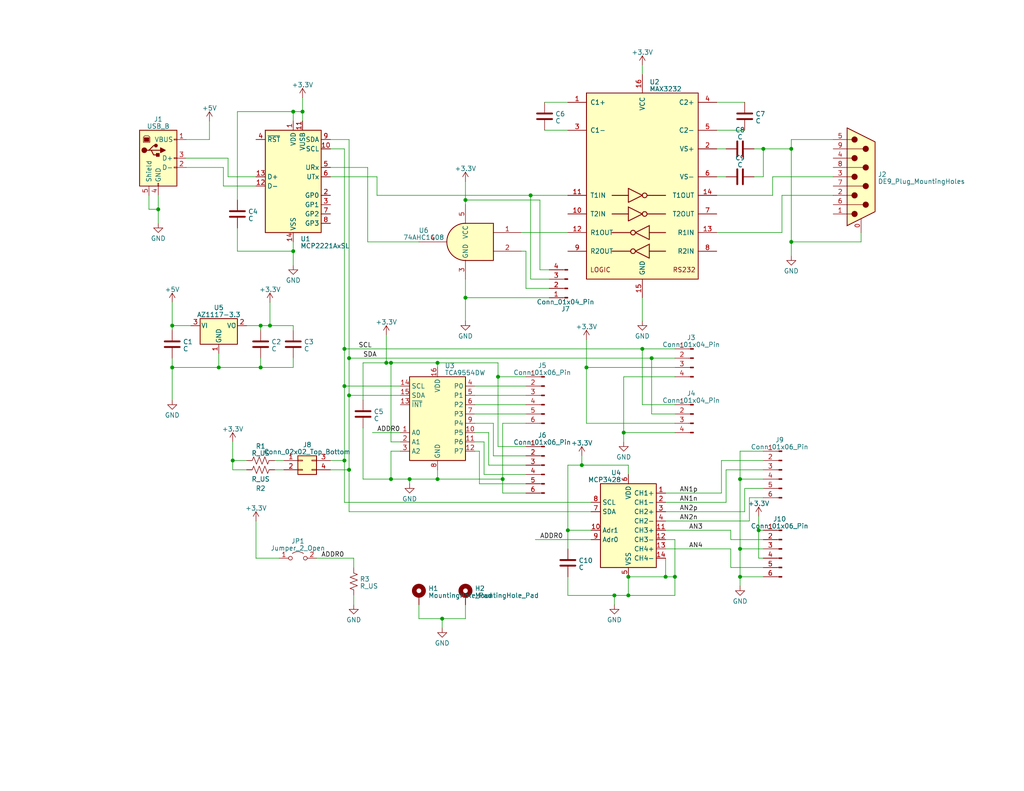
<source format=kicad_sch>
(kicad_sch (version 20230121) (generator eeschema)
  (paper "A")
  (lib_symbols
    (symbol "74xGxx:74AHC1G08"
      (property "Reference" "U" (at -2.54 3.81 0))
      (property "Value" "74AHC1G08" (at 0 -3.81 0))
      (symbol "74AHC1G08_0_1"
        (arc (start 0 -5.08) (mid 5.0579 0) (end 0 5.08) (stroke (width 0.254)) (fill (type background)))
        (polyline (pts (xy 0 -5.08) (xy -7.62 -5.08) (xy -7.62 5.08) (xy 0 5.08)) (stroke (width 0.254)) (fill (type background)))
      )
      (symbol "74AHC1G08_1_1"
        (pin input line (at -15.24 2.54 0) (length 7.62) (name "~") (number "1"))
        (pin input line (at -15.24 -2.54 0) (length 7.62) (name "~") (number "2"))
        (pin power_in line (at 0 -10.16 90) (length 5.08) (name "GND") (number "3"))
        (pin output line (at 12.7 0 180) (length 7.62) (name "~") (number "4"))
        (pin power_in line (at 0 10.16 270) (length 5.08) (name "VCC") (number "5"))
      )
    )
    (symbol "Analog_ADC:MCP3428"
      (property "Reference" "U" (at -3.81 11.43 0))
      (property "Value" "MCP3428" (at 2.54 11.43 0))
      (symbol "MCP3428_0_1"
        (rectangle (start -7.62 10.16) (end 7.62 -12.7) (stroke (width 0.254)) (fill (type background)))
      )
      (symbol "MCP3428_1_1"
        (pin input line (at -10.16 7.62 0) (length 2.54) (name "CH1+") (number "1"))
        (pin input line (at 10.16 -2.54 180) (length 2.54) (name "Adr1") (number "10"))
        (pin input line (at -10.16 -2.54 0) (length 2.54) (name "CH3+") (number "11"))
        (pin input line (at -10.16 -5.08 0) (length 2.54) (name "CH3-") (number "12"))
        (pin input line (at -10.16 -7.62 0) (length 2.54) (name "CH4+") (number "13"))
        (pin input line (at -10.16 -10.16 0) (length 2.54) (name "CH4-") (number "14"))
        (pin input line (at -10.16 5.08 0) (length 2.54) (name "CH1-") (number "2"))
        (pin input line (at -10.16 2.54 0) (length 2.54) (name "CH2+") (number "3"))
        (pin input line (at -10.16 0 0) (length 2.54) (name "CH2-") (number "4"))
        (pin power_in line (at 0 -15.24 90) (length 2.54) (name "VSS") (number "5"))
        (pin power_in line (at 0 12.7 270) (length 2.54) (name "VDD") (number "6"))
        (pin bidirectional line (at 10.16 2.54 180) (length 2.54) (name "SDA") (number "7"))
        (pin input line (at 10.16 5.08 180) (length 2.54) (name "SCL") (number "8"))
        (pin input line (at 10.16 -5.08 180) (length 2.54) (name "Adr0") (number "9"))
      )
    )
    (symbol "Connector:Conn_01x04_Pin" (pin_names (offset 1.016) hide)
      (property "Reference" "J" (at 0 5.08 0))
      (property "Value" "Conn_01x04_Pin" (at 0 -7.62 0))
      (symbol "Conn_01x04_Pin_1_1"
        (polyline (pts (xy 1.27 -5.08) (xy 0.8636 -5.08)) (stroke (width 0.1524)))
        (polyline (pts (xy 1.27 -2.54) (xy 0.8636 -2.54)) (stroke (width 0.1524)))
        (polyline (pts (xy 1.27 0) (xy 0.8636 0)) (stroke (width 0.1524)))
        (polyline (pts (xy 1.27 2.54) (xy 0.8636 2.54)) (stroke (width 0.1524)))
        (rectangle (start 0.8636 -4.953) (end 0 -5.207) (stroke (width 0.1524)) (fill (type outline)))
        (rectangle (start 0.8636 -2.413) (end 0 -2.667) (stroke (width 0.1524)) (fill (type outline)))
        (rectangle (start 0.8636 0.127) (end 0 -0.127) (stroke (width 0.1524)) (fill (type outline)))
        (rectangle (start 0.8636 2.667) (end 0 2.413) (stroke (width 0.1524)) (fill (type outline)))
        (pin passive line (at 5.08 2.54 180) (length 3.81) (name "Pin_1") (number "1"))
        (pin passive line (at 5.08 0 180) (length 3.81) (name "Pin_2") (number "2"))
        (pin passive line (at 5.08 -2.54 180) (length 3.81) (name "Pin_3") (number "3"))
        (pin passive line (at 5.08 -5.08 180) (length 3.81) (name "Pin_4") (number "4"))
      )
    )
    (symbol "Connector:Conn_01x06_Pin" (pin_names (offset 1.016) hide)
      (property "Reference" "J" (at 0 7.62 0))
      (property "Value" "Conn_01x06_Pin" (at 0 -10.16 0))
      (symbol "Conn_01x06_Pin_1_1"
        (polyline (pts (xy 1.27 -7.62) (xy 0.8636 -7.62)) (stroke (width 0.1524)))
        (polyline (pts (xy 1.27 -5.08) (xy 0.8636 -5.08)) (stroke (width 0.1524)))
        (polyline (pts (xy 1.27 -2.54) (xy 0.8636 -2.54)) (stroke (width 0.1524)))
        (polyline (pts (xy 1.27 0) (xy 0.8636 0)) (stroke (width 0.1524)))
        (polyline (pts (xy 1.27 2.54) (xy 0.8636 2.54)) (stroke (width 0.1524)))
        (polyline (pts (xy 1.27 5.08) (xy 0.8636 5.08)) (stroke (width 0.1524)))
        (rectangle (start 0.8636 -7.493) (end 0 -7.747) (stroke (width 0.1524)) (fill (type outline)))
        (rectangle (start 0.8636 -4.953) (end 0 -5.207) (stroke (width 0.1524)) (fill (type outline)))
        (rectangle (start 0.8636 -2.413) (end 0 -2.667) (stroke (width 0.1524)) (fill (type outline)))
        (rectangle (start 0.8636 0.127) (end 0 -0.127) (stroke (width 0.1524)) (fill (type outline)))
        (rectangle (start 0.8636 2.667) (end 0 2.413) (stroke (width 0.1524)) (fill (type outline)))
        (rectangle (start 0.8636 5.207) (end 0 4.953) (stroke (width 0.1524)) (fill (type outline)))
        (pin passive line (at 5.08 5.08 180) (length 3.81) (name "Pin_1") (number "1"))
        (pin passive line (at 5.08 2.54 180) (length 3.81) (name "Pin_2") (number "2"))
        (pin passive line (at 5.08 0 180) (length 3.81) (name "Pin_3") (number "3"))
        (pin passive line (at 5.08 -2.54 180) (length 3.81) (name "Pin_4") (number "4"))
        (pin passive line (at 5.08 -5.08 180) (length 3.81) (name "Pin_5") (number "5"))
        (pin passive line (at 5.08 -7.62 180) (length 3.81) (name "Pin_6") (number "6"))
      )
    )
    (symbol "Connector:DE9_Plug_MountingHoles" (pin_names (offset 1.016) hide)
      (property "Reference" "J" (at 0 16.51 0))
      (property "Value" "DE9_Plug_MountingHoles" (at 0 14.605 0))
      (symbol "DE9_Plug_MountingHoles_0_1"
        (circle (center -1.778 -10.16) (radius 0.762) (fill (type outline)))
        (circle (center -1.778 -5.08) (radius 0.762) (fill (type outline)))
        (circle (center -1.778 0) (radius 0.762) (fill (type outline)))
        (circle (center -1.778 5.08) (radius 0.762) (fill (type outline)))
        (circle (center -1.778 10.16) (radius 0.762) (fill (type outline)))
        (polyline (pts (xy -3.81 -10.16) (xy -2.54 -10.16)))
        (polyline (pts (xy -3.81 -7.62) (xy 0.508 -7.62)))
        (polyline (pts (xy -3.81 -5.08) (xy -2.54 -5.08)))
        (polyline (pts (xy -3.81 -2.54) (xy 0.508 -2.54)))
        (polyline (pts (xy -3.81 0) (xy -2.54 0)))
        (polyline (pts (xy -3.81 2.54) (xy 0.508 2.54)))
        (polyline (pts (xy -3.81 5.08) (xy -2.54 5.08)))
        (polyline (pts (xy -3.81 7.62) (xy 0.508 7.62)))
        (polyline (pts (xy -3.81 10.16) (xy -2.54 10.16)))
        (polyline (pts (xy -3.81 -13.335) (xy -3.81 13.335) (xy 3.81 9.525) (xy 3.81 -9.525) (xy -3.81 -13.335)) (stroke (width 0.254)) (fill (type background)))
        (circle (center 1.27 -7.62) (radius 0.762) (fill (type outline)))
        (circle (center 1.27 -2.54) (radius 0.762) (fill (type outline)))
        (circle (center 1.27 2.54) (radius 0.762) (fill (type outline)))
        (circle (center 1.27 7.62) (radius 0.762) (fill (type outline)))
      )
      (symbol "DE9_Plug_MountingHoles_1_1"
        (pin passive line (at 0 -15.24 90) (length 3.81) (name "PAD") (number "0"))
        (pin passive line (at -7.62 -10.16 0) (length 3.81) (name "1") (number "1"))
        (pin passive line (at -7.62 -5.08 0) (length 3.81) (name "2") (number "2"))
        (pin passive line (at -7.62 0 0) (length 3.81) (name "3") (number "3"))
        (pin passive line (at -7.62 5.08 0) (length 3.81) (name "4") (number "4"))
        (pin passive line (at -7.62 10.16 0) (length 3.81) (name "5") (number "5"))
        (pin passive line (at -7.62 -7.62 0) (length 3.81) (name "6") (number "6"))
        (pin passive line (at -7.62 -2.54 0) (length 3.81) (name "7") (number "7"))
        (pin passive line (at -7.62 2.54 0) (length 3.81) (name "8") (number "8"))
        (pin passive line (at -7.62 7.62 0) (length 3.81) (name "9") (number "9"))
      )
    )
    (symbol "Connector:USB_B" (pin_names (offset 1.016))
      (property "Reference" "J" (at -5.08 11.43 0))
      (property "Value" "USB_B" (at -5.08 8.89 0))
      (symbol "USB_B_0_1"
        (rectangle (start -5.08 -7.62) (end 5.08 7.62) (stroke (width 0.254)) (fill (type background)))
        (circle (center -3.81 2.159) (radius 0.635) (stroke (width 0.254)) (fill (type outline)))
        (rectangle (start -3.81 5.588) (end -2.54 4.572) (fill (type outline)))
        (circle (center -0.635 3.429) (radius 0.381) (stroke (width 0.254)) (fill (type outline)))
        (rectangle (start -0.127 -7.62) (end 0.127 -6.858))
        (polyline (pts (xy -1.905 2.159) (xy 0.635 2.159)) (stroke (width 0.254)))
        (polyline (pts (xy -3.175 2.159) (xy -2.54 2.159) (xy -1.27 3.429) (xy -0.635 3.429)) (stroke (width 0.254)))
        (polyline (pts (xy -2.54 2.159) (xy -1.905 2.159) (xy -1.27 0.889) (xy 0 0.889)) (stroke (width 0.254)))
        (polyline (pts (xy 0.635 2.794) (xy 0.635 1.524) (xy 1.905 2.159) (xy 0.635 2.794)) (stroke (width 0.254)) (fill (type outline)))
        (polyline (pts (xy -4.064 4.318) (xy -2.286 4.318) (xy -2.286 5.715) (xy -2.667 6.096) (xy -3.683 6.096) (xy -4.064 5.715) (xy -4.064 4.318)))
        (rectangle (start 0.254 1.27) (end -0.508 0.508) (stroke (width 0.254)) (fill (type outline)))
        (rectangle (start 5.08 -2.667) (end 4.318 -2.413))
        (rectangle (start 5.08 -0.127) (end 4.318 0.127))
        (rectangle (start 5.08 4.953) (end 4.318 5.207))
      )
      (symbol "USB_B_1_1"
        (pin power_out line (at 7.62 5.08 180) (length 2.54) (name "VBUS") (number "1"))
        (pin bidirectional line (at 7.62 -2.54 180) (length 2.54) (name "D-") (number "2"))
        (pin bidirectional line (at 7.62 0 180) (length 2.54) (name "D+") (number "3"))
        (pin power_out line (at 0 -10.16 90) (length 2.54) (name "GND") (number "4"))
        (pin passive line (at -2.54 -10.16 90) (length 2.54) (name "Shield") (number "5"))
      )
    )
    (symbol "Connector_Generic:Conn_02x02_Top_Bottom" (pin_names (offset 1.016) hide)
      (property "Reference" "J" (at 1.27 2.54 0))
      (property "Value" "Conn_02x02_Top_Bottom" (at 1.27 -5.08 0))
      (symbol "Conn_02x02_Top_Bottom_1_1"
        (rectangle (start -1.27 -2.413) (end 0 -2.667) (stroke (width 0.1524)))
        (rectangle (start -1.27 0.127) (end 0 -0.127) (stroke (width 0.1524)))
        (rectangle (start -1.27 1.27) (end 3.81 -3.81) (stroke (width 0.254)) (fill (type background)))
        (rectangle (start 3.81 -2.413) (end 2.54 -2.667) (stroke (width 0.1524)))
        (rectangle (start 3.81 0.127) (end 2.54 -0.127) (stroke (width 0.1524)))
        (pin passive line (at -5.08 0 0) (length 3.81) (name "Pin_1") (number "1"))
        (pin passive line (at -5.08 -2.54 0) (length 3.81) (name "Pin_2") (number "2"))
        (pin passive line (at 7.62 0 180) (length 3.81) (name "Pin_3") (number "3"))
        (pin passive line (at 7.62 -2.54 180) (length 3.81) (name "Pin_4") (number "4"))
      )
    )
    (symbol "Device:C" (pin_numbers hide) (pin_names (offset 0.254))
      (property "Reference" "C" (at 0.635 2.54 0))
      (property "Value" "C" (at 0.635 -2.54 0))
      (symbol "C_0_1"
        (polyline (pts (xy -2.032 -0.762) (xy 2.032 -0.762)) (stroke (width 0.508)))
        (polyline (pts (xy -2.032 0.762) (xy 2.032 0.762)) (stroke (width 0.508)))
      )
      (symbol "C_1_1"
        (pin passive line (at 0 3.81 270) (length 2.794) (name "~") (number "1"))
        (pin passive line (at 0 -3.81 90) (length 2.794) (name "~") (number "2"))
      )
    )
    (symbol "Device:R_US" (pin_numbers hide) (pin_names (offset 0))
      (property "Reference" "R" (at 2.54 0 90))
      (property "Value" "R_US" (at -2.54 0 90))
      (symbol "R_US_0_1"
        (polyline (pts (xy 0 -2.286) (xy 0 -2.54)))
        (polyline (pts (xy 0 2.286) (xy 0 2.54)))
        (polyline (pts (xy 0 -0.762) (xy 1.016 -1.143) (xy 0 -1.524) (xy -1.016 -1.905) (xy 0 -2.286)))
        (polyline (pts (xy 0 0.762) (xy 1.016 0.381) (xy 0 0) (xy -1.016 -0.381) (xy 0 -0.762)))
        (polyline (pts (xy 0 2.286) (xy 1.016 1.905) (xy 0 1.524) (xy -1.016 1.143) (xy 0 0.762)))
      )
      (symbol "R_US_1_1"
        (pin passive line (at 0 3.81 270) (length 1.27) (name "~") (number "1"))
        (pin passive line (at 0 -3.81 90) (length 1.27) (name "~") (number "2"))
      )
    )
    (symbol "Interface_Expansion:TCA9554DW"
      (property "Reference" "U" (at -7.62 11.43 0))
      (property "Value" "TCA9554DW" (at 2.54 11.43 0))
      (symbol "TCA9554DW_0_1"
        (rectangle (start -7.62 -12.7) (end 7.62 10.16) (stroke (width 0.254)) (fill (type background)))
      )
      (symbol "TCA9554DW_1_1"
        (pin input line (at -10.16 -5.08 0) (length 2.54) (name "A0") (number "1"))
        (pin bidirectional line (at 10.16 -5.08 180) (length 2.54) (name "P5") (number "10"))
        (pin bidirectional line (at 10.16 -7.62 180) (length 2.54) (name "P6") (number "11"))
        (pin bidirectional line (at 10.16 -10.16 180) (length 2.54) (name "P7") (number "12"))
        (pin open_collector line (at -10.16 2.54 0) (length 2.54) (name "~{INT}") (number "13"))
        (pin input line (at -10.16 7.62 0) (length 2.54) (name "SCL") (number "14"))
        (pin bidirectional line (at -10.16 5.08 0) (length 2.54) (name "SDA") (number "15"))
        (pin power_in line (at 0 12.7 270) (length 2.54) (name "VDD") (number "16"))
        (pin input line (at -10.16 -7.62 0) (length 2.54) (name "A1") (number "2"))
        (pin input line (at -10.16 -10.16 0) (length 2.54) (name "A2") (number "3"))
        (pin bidirectional line (at 10.16 7.62 180) (length 2.54) (name "P0") (number "4"))
        (pin bidirectional line (at 10.16 5.08 180) (length 2.54) (name "P1") (number "5"))
        (pin bidirectional line (at 10.16 2.54 180) (length 2.54) (name "P2") (number "6"))
        (pin bidirectional line (at 10.16 0 180) (length 2.54) (name "P3") (number "7"))
        (pin power_in line (at 0 -15.24 90) (length 2.54) (name "GND") (number "8"))
        (pin bidirectional line (at 10.16 -2.54 180) (length 2.54) (name "P4") (number "9"))
      )
    )
    (symbol "Interface_UART:MAX3232" (pin_names (offset 1.016))
      (property "Reference" "U" (at -2.54 28.575 0))
      (property "Value" "MAX3232" (at -2.54 26.67 0))
      (symbol "MAX3232_0_0"
        (text "LOGIC" (at -11.43 -22.86 0) (effects (font (size 1.27 1.27))))
        (text "RS232" (at 11.43 -22.86 0) (effects (font (size 1.27 1.27))))
      )
      (symbol "MAX3232_0_1"
        (rectangle (start -15.24 -25.4) (end 15.24 25.4) (stroke (width 0.254)) (fill (type background)))
        (circle (center -2.54 -17.78) (radius 0.635) (stroke (width 0.254)))
        (circle (center -2.54 -12.7) (radius 0.635) (stroke (width 0.254)))
        (polyline (pts (xy -3.81 -7.62) (xy -8.255 -7.62)) (stroke (width 0.254)))
        (polyline (pts (xy -3.81 -2.54) (xy -8.255 -2.54)) (stroke (width 0.254)))
        (polyline (pts (xy -3.175 -17.78) (xy -8.255 -17.78)) (stroke (width 0.254)))
        (polyline (pts (xy -3.175 -12.7) (xy -8.255 -12.7)) (stroke (width 0.254)))
        (polyline (pts (xy 1.27 -7.62) (xy 6.35 -7.62)) (stroke (width 0.254)))
        (polyline (pts (xy 1.27 -2.54) (xy 6.35 -2.54)) (stroke (width 0.254)))
        (polyline (pts (xy 1.905 -17.78) (xy 6.35 -17.78)) (stroke (width 0.254)))
        (polyline (pts (xy 1.905 -12.7) (xy 6.35 -12.7)) (stroke (width 0.254)))
        (polyline (pts (xy -3.81 -5.715) (xy -3.81 -9.525) (xy 0 -7.62) (xy -3.81 -5.715)) (stroke (width 0.254)))
        (polyline (pts (xy -3.81 -0.635) (xy -3.81 -4.445) (xy 0 -2.54) (xy -3.81 -0.635)) (stroke (width 0.254)))
        (polyline (pts (xy 1.905 -15.875) (xy 1.905 -19.685) (xy -1.905 -17.78) (xy 1.905 -15.875)) (stroke (width 0.254)))
        (polyline (pts (xy 1.905 -10.795) (xy 1.905 -14.605) (xy -1.905 -12.7) (xy 1.905 -10.795)) (stroke (width 0.254)))
        (circle (center 0.635 -7.62) (radius 0.635) (stroke (width 0.254)))
        (circle (center 0.635 -2.54) (radius 0.635) (stroke (width 0.254)))
      )
      (symbol "MAX3232_1_1"
        (pin passive line (at -20.32 22.86 0) (length 5.08) (name "C1+") (number "1"))
        (pin input line (at -20.32 -7.62 0) (length 5.08) (name "T2IN") (number "10"))
        (pin input line (at -20.32 -2.54 0) (length 5.08) (name "T1IN") (number "11"))
        (pin output line (at -20.32 -12.7 0) (length 5.08) (name "R1OUT") (number "12"))
        (pin input line (at 20.32 -12.7 180) (length 5.08) (name "R1IN") (number "13"))
        (pin output line (at 20.32 -2.54 180) (length 5.08) (name "T1OUT") (number "14"))
        (pin power_in line (at 0 -30.48 90) (length 5.08) (name "GND") (number "15"))
        (pin power_in line (at 0 30.48 270) (length 5.08) (name "VCC") (number "16"))
        (pin power_out line (at 20.32 10.16 180) (length 5.08) (name "VS+") (number "2"))
        (pin passive line (at -20.32 15.24 0) (length 5.08) (name "C1-") (number "3"))
        (pin passive line (at 20.32 22.86 180) (length 5.08) (name "C2+") (number "4"))
        (pin passive line (at 20.32 15.24 180) (length 5.08) (name "C2-") (number "5"))
        (pin power_out line (at 20.32 2.54 180) (length 5.08) (name "VS-") (number "6"))
        (pin output line (at 20.32 -7.62 180) (length 5.08) (name "T2OUT") (number "7"))
        (pin input line (at 20.32 -17.78 180) (length 5.08) (name "R2IN") (number "8"))
        (pin output line (at -20.32 -17.78 0) (length 5.08) (name "R2OUT") (number "9"))
      )
    )
    (symbol "Interface_USB:MCP2221AxSL"
      (property "Reference" "U" (at -7.62 16.51 0))
      (property "Value" "MCP2221AxSL" (at 12.7 16.51 0))
      (symbol "MCP2221AxSL_0_1"
        (rectangle (start -7.62 15.24) (end 7.62 -12.7) (stroke (width 0.254)) (fill (type background)))
      )
      (symbol "MCP2221AxSL_1_1"
        (pin power_in line (at 0 17.78 270) (length 2.54) (name "VDD") (number "1"))
        (pin bidirectional line (at 10.16 10.16 180) (length 2.54) (name "SCL") (number "10"))
        (pin passive line (at 2.54 17.78 270) (length 2.54) (name "VUSB") (number "11"))
        (pin bidirectional line (at -10.16 0 0) (length 2.54) (name "D-") (number "12"))
        (pin bidirectional line (at -10.16 2.54 0) (length 2.54) (name "D+") (number "13"))
        (pin power_in line (at 0 -15.24 90) (length 2.54) (name "VSS") (number "14"))
        (pin bidirectional line (at 10.16 -2.54 180) (length 2.54) (name "GP0") (number "2"))
        (pin bidirectional line (at 10.16 -5.08 180) (length 2.54) (name "GP1") (number "3"))
        (pin input line (at -10.16 12.7 0) (length 2.54) (name "~{RST}") (number "4"))
        (pin input line (at 10.16 5.08 180) (length 2.54) (name "URx") (number "5"))
        (pin output line (at 10.16 2.54 180) (length 2.54) (name "UTx") (number "6"))
        (pin bidirectional line (at 10.16 -7.62 180) (length 2.54) (name "GP2") (number "7"))
        (pin bidirectional line (at 10.16 -10.16 180) (length 2.54) (name "GP3") (number "8"))
        (pin bidirectional line (at 10.16 12.7 180) (length 2.54) (name "SDA") (number "9"))
      )
    )
    (symbol "Jumper:Jumper_2_Open" (pin_names (offset 0) hide)
      (property "Reference" "JP" (at 0 2.794 0))
      (property "Value" "Jumper_2_Open" (at 0 -2.286 0))
      (symbol "Jumper_2_Open_0_0"
        (circle (center -2.032 0) (radius 0.508))
        (circle (center 2.032 0) (radius 0.508))
      )
      (symbol "Jumper_2_Open_0_1"
        (arc (start 1.524 1.27) (mid 0 1.778) (end -1.524 1.27))
      )
      (symbol "Jumper_2_Open_1_1"
        (pin passive line (at -5.08 0 0) (length 2.54) (name "A") (number "1"))
        (pin passive line (at 5.08 0 180) (length 2.54) (name "B") (number "2"))
      )
    )
    (symbol "Mechanical:MountingHole_Pad" (pin_numbers hide) (pin_names (offset 1.016) hide)
      (property "Reference" "H" (at 0 6.35 0))
      (property "Value" "MountingHole_Pad" (at 0 4.445 0))
      (symbol "MountingHole_Pad_0_1"
        (circle (center 0 1.27) (radius 1.27) (stroke (width 1.27)))
      )
      (symbol "MountingHole_Pad_1_1"
        (pin input line (at 0 -2.54 90) (length 2.54) (name "1") (number "1"))
      )
    )
    (symbol "Regulator_Linear:AZ1117-3.3" (pin_names (offset 0.254))
      (property "Reference" "U" (at -3.81 3.175 0))
      (property "Value" "AZ1117-3.3" (at 0 3.175 0))
      (symbol "AZ1117-3.3_0_1"
        (rectangle (start -5.08 1.905) (end 5.08 -5.08) (stroke (width 0.254)) (fill (type background)))
      )
      (symbol "AZ1117-3.3_1_1"
        (pin power_in line (at 0 -7.62 90) (length 2.54) (name "GND") (number "1"))
        (pin power_out line (at 7.62 0 180) (length 2.54) (name "VO") (number "2"))
        (pin power_in line (at -7.62 0 0) (length 2.54) (name "VI") (number "3"))
      )
    )
    (symbol "power:+3.3V" (power) (pin_names (offset 0))
      (property "Value" "+3.3V" (at 0 3.556 0))
      (symbol "+3.3V_0_1"
        (polyline (pts (xy -0.762 1.27) (xy 0 2.54)))
        (polyline (pts (xy 0 0) (xy 0 2.54)))
        (polyline (pts (xy 0 2.54) (xy 0.762 1.27)))
      )
      (symbol "+3.3V_1_1"
        (pin power_in line (at 0 0 90) (length 0) hide (name "+3.3V") (number "1"))
      )
    )
    (symbol "power:+5V" (power) (pin_names (offset 0))
      (property "Value" "+5V" (at 0 3.556 0))
      (symbol "+5V_0_1"
        (polyline (pts (xy -0.762 1.27) (xy 0 2.54)))
        (polyline (pts (xy 0 0) (xy 0 2.54)))
        (polyline (pts (xy 0 2.54) (xy 0.762 1.27)))
      )
      (symbol "+5V_1_1"
        (pin power_in line (at 0 0 90) (length 0) hide (name "+5V") (number "1"))
      )
    )
    (symbol "power:GND" (power) (pin_names (offset 0))
      (property "Value" "GND" (at 0 -3.81 0))
      (symbol "GND_0_1"
        (polyline (pts (xy 0 0) (xy 0 -1.27) (xy 1.27 -1.27) (xy 0 -2.54) (xy -1.27 -1.27) (xy 0 -1.27)))
      )
      (symbol "GND_1_1"
        (pin power_in line (at 0 0 270) (length 0) hide (name "GND") (number "1"))
      )
    )
  )
  (junction (at 106.68 99.06))
  (junction (at 106.68 130.81))
  (junction (at 170.18 118.11))
  (junction (at 181.61 157.48))
  (junction (at 207.01 144.78))
  (junction (at 158.75 127))
  (junction (at 95.25 128.27))
  (junction (at 71.12 88.9))
  (junction (at 80.01 68.58))
  (junction (at 71.12 100.33))
  (junction (at 215.9 40.64))
  (junction (at 43.18 57.15))
  (junction (at 154.94 144.78))
  (junction (at 46.99 100.33))
  (junction (at 177.8 97.79))
  (junction (at 80.01 30.48))
  (junction (at 184.15 157.48))
  (junction (at 127 54.61))
  (junction (at 167.64 162.56))
  (junction (at 119.38 130.81))
  (junction (at 111.76 130.81))
  (junction (at 127 81.28))
  (junction (at 93.98 125.73))
  (junction (at 93.98 105.41))
  (junction (at 82.55 30.48))
  (junction (at 160.02 100.33))
  (junction (at 93.98 95.25))
  (junction (at 171.45 157.48))
  (junction (at 120.65 168.91))
  (junction (at 46.99 88.9))
  (junction (at 201.93 130.81))
  (junction (at 208.28 40.64))
  (junction (at 95.25 107.95))
  (junction (at 95.25 97.79))
  (junction (at 105.41 99.06))
  (junction (at 201.93 149.86))
  (junction (at 119.38 99.06))
  (junction (at 73.66 88.9))
  (junction (at 175.26 95.25))
  (junction (at 215.9 66.04))
  (junction (at 144.78 53.34))
  (junction (at 171.45 162.56))
  (junction (at 201.93 157.48))
  (junction (at 137.16 130.81))
  (junction (at 63.5 125.73))
  (junction (at 59.69 100.33))
  (junction (at 135.89 102.87))
  (wire (pts (xy 199.39 149.86) (xy 199.39 154.94)))
  (wire (pts (xy 154.94 127) (xy 158.75 127)))
  (wire (pts (xy 127 81.28) (xy 149.86 81.28)))
  (wire (pts (xy 127 168.91) (xy 127 165.1)))
  (wire (pts (xy 90.17 40.64) (xy 93.98 40.64)))
  (wire (pts (xy 74.93 128.27) (xy 77.47 128.27)))
  (wire (pts (xy 64.77 68.58) (xy 80.01 68.58)))
  (wire (pts (xy 46.99 100.33) (xy 46.99 109.22)))
  (wire (pts (xy 99.06 109.22) (xy 99.06 99.06)))
  (wire (pts (xy 154.94 162.56) (xy 167.64 162.56)))
  (wire (pts (xy 71.12 97.79) (xy 71.12 100.33)))
  (wire (pts (xy 204.47 135.89) (xy 204.47 142.24)))
  (wire (pts (xy 82.55 30.48) (xy 82.55 33.02)))
  (wire (pts (xy 109.22 123.19) (xy 106.68 123.19)))
  (wire (pts (xy 201.93 149.86) (xy 201.93 157.48)))
  (wire (pts (xy 195.58 35.56) (xy 203.2 35.56)))
  (wire (pts (xy 119.38 130.81) (xy 111.76 130.81)))
  (wire (pts (xy 132.08 129.54) (xy 143.51 129.54)))
  (wire (pts (xy 93.98 125.73) (xy 93.98 105.41)))
  (wire (pts (xy 196.85 125.73) (xy 208.28 125.73)))
  (wire (pts (xy 170.18 118.11) (xy 170.18 120.65)))
  (wire (pts (xy 203.2 133.35) (xy 208.28 133.35)))
  (wire (pts (xy 181.61 147.32) (xy 184.15 147.32)))
  (wire (pts (xy 130.81 123.19) (xy 130.81 132.08)))
  (wire (pts (xy 133.35 118.11) (xy 133.35 127)))
  (wire (pts (xy 111.76 130.81) (xy 106.68 130.81)))
  (wire (pts (xy 171.45 162.56) (xy 171.45 157.48)))
  (wire (pts (xy 135.89 121.92) (xy 135.89 102.87)))
  (wire (pts (xy 143.51 121.92) (xy 135.89 121.92)))
  (wire (pts (xy 71.12 88.9) (xy 67.31 88.9)))
  (wire (pts (xy 82.55 26.67) (xy 82.55 30.48)))
  (wire (pts (xy 80.01 33.02) (xy 80.01 30.48)))
  (wire (pts (xy 62.23 43.18) (xy 62.23 48.26)))
  (wire (pts (xy 154.94 144.78) (xy 154.94 127)))
  (wire (pts (xy 93.98 105.41) (xy 109.22 105.41)))
  (wire (pts (xy 63.5 125.73) (xy 63.5 120.65)))
  (wire (pts (xy 80.01 90.17) (xy 80.01 88.9)))
  (wire (pts (xy 71.12 100.33) (xy 80.01 100.33)))
  (wire (pts (xy 201.93 130.81) (xy 201.93 149.86)))
  (wire (pts (xy 99.06 116.84) (xy 99.06 130.81)))
  (wire (pts (xy 64.77 62.23) (xy 64.77 68.58)))
  (wire (pts (xy 210.82 48.26) (xy 227.33 48.26)))
  (wire (pts (xy 175.26 110.49) (xy 175.26 95.25)))
  (wire (pts (xy 208.28 40.64) (xy 215.9 40.64)))
  (wire (pts (xy 109.22 120.65) (xy 106.68 120.65)))
  (wire (pts (xy 96.52 162.56) (xy 96.52 165.1)))
  (wire (pts (xy 208.28 123.19) (xy 201.93 123.19)))
  (wire (pts (xy 73.66 88.9) (xy 71.12 88.9)))
  (wire (pts (xy 59.69 96.52) (xy 59.69 100.33)))
  (wire (pts (xy 181.61 157.48) (xy 171.45 157.48)))
  (wire (pts (xy 95.25 139.7) (xy 95.25 128.27)))
  (wire (pts (xy 86.36 152.4) (xy 96.52 152.4)))
  (wire (pts (xy 175.26 81.28) (xy 175.26 87.63)))
  (wire (pts (xy 57.15 38.1) (xy 50.8 38.1)))
  (wire (pts (xy 143.51 68.58) (xy 142.24 68.58)))
  (wire (pts (xy 80.01 68.58) (xy 80.01 72.39)))
  (wire (pts (xy 215.9 38.1) (xy 227.33 38.1)))
  (wire (pts (xy 129.54 105.41) (xy 143.51 105.41)))
  (wire (pts (xy 149.86 78.74) (xy 143.51 78.74)))
  (wire (pts (xy 208.28 40.64) (xy 205.74 40.64)))
  (wire (pts (xy 196.85 134.62) (xy 196.85 125.73)))
  (wire (pts (xy 147.32 54.61) (xy 127 54.61)))
  (wire (pts (xy 119.38 128.27) (xy 119.38 130.81)))
  (wire (pts (xy 199.39 144.78) (xy 199.39 147.32)))
  (wire (pts (xy 120.65 168.91) (xy 127 168.91)))
  (wire (pts (xy 207.01 140.97) (xy 207.01 144.78)))
  (wire (pts (xy 148.59 27.94) (xy 154.94 27.94)))
  (wire (pts (xy 93.98 137.16) (xy 93.98 125.73)))
  (wire (pts (xy 130.81 132.08) (xy 143.51 132.08)))
  (wire (pts (xy 71.12 100.33) (xy 59.69 100.33)))
  (wire (pts (xy 90.17 125.73) (xy 93.98 125.73)))
  (wire (pts (xy 154.94 144.78) (xy 161.29 144.78)))
  (wire (pts (xy 215.9 38.1) (xy 215.9 40.64)))
  (wire (pts (xy 158.75 124.46) (xy 158.75 127)))
  (wire (pts (xy 181.61 152.4) (xy 181.61 157.48)))
  (wire (pts (xy 142.24 63.5) (xy 154.94 63.5)))
  (wire (pts (xy 181.61 149.86) (xy 199.39 149.86)))
  (wire (pts (xy 64.77 54.61) (xy 64.77 30.48)))
  (wire (pts (xy 208.28 128.27) (xy 198.12 128.27)))
  (wire (pts (xy 69.85 142.24) (xy 69.85 152.4)))
  (wire (pts (xy 43.18 57.15) (xy 43.18 60.96)))
  (wire (pts (xy 201.93 149.86) (xy 208.28 149.86)))
  (wire (pts (xy 80.01 66.04) (xy 80.01 68.58)))
  (wire (pts (xy 46.99 88.9) (xy 52.07 88.9)))
  (wire (pts (xy 129.54 107.95) (xy 143.51 107.95)))
  (wire (pts (xy 160.02 92.71) (xy 160.02 100.33)))
  (wire (pts (xy 201.93 123.19) (xy 201.93 130.81)))
  (wire (pts (xy 208.28 152.4) (xy 207.01 152.4)))
  (wire (pts (xy 154.94 157.48) (xy 154.94 162.56)))
  (wire (pts (xy 195.58 48.26) (xy 198.12 48.26)))
  (wire (pts (xy 127 49.53) (xy 127 54.61)))
  (wire (pts (xy 205.74 48.26) (xy 208.28 48.26)))
  (wire (pts (xy 40.64 53.34) (xy 40.64 57.15)))
  (wire (pts (xy 50.8 43.18) (xy 62.23 43.18)))
  (wire (pts (xy 170.18 102.87) (xy 170.18 118.11)))
  (wire (pts (xy 95.25 107.95) (xy 95.25 97.79)))
  (wire (pts (xy 119.38 130.81) (xy 137.16 130.81)))
  (wire (pts (xy 60.96 45.72) (xy 60.96 50.8)))
  (wire (pts (xy 181.61 134.62) (xy 196.85 134.62)))
  (wire (pts (xy 50.8 45.72) (xy 60.96 45.72)))
  (wire (pts (xy 207.01 144.78) (xy 208.28 144.78)))
  (wire (pts (xy 149.86 73.66) (xy 147.32 73.66)))
  (wire (pts (xy 175.26 95.25) (xy 184.15 95.25)))
  (wire (pts (xy 184.15 157.48) (xy 184.15 162.56)))
  (wire (pts (xy 95.25 128.27) (xy 95.25 107.95)))
  (wire (pts (xy 181.61 144.78) (xy 199.39 144.78)))
  (wire (pts (xy 213.36 53.34) (xy 213.36 63.5)))
  (wire (pts (xy 127 81.28) (xy 127 87.63)))
  (wire (pts (xy 106.68 99.06) (xy 105.41 99.06)))
  (wire (pts (xy 129.54 123.19) (xy 130.81 123.19)))
  (wire (pts (xy 95.25 38.1) (xy 95.25 97.79)))
  (wire (pts (xy 71.12 88.9) (xy 71.12 90.17)))
  (wire (pts (xy 129.54 115.57) (xy 134.62 115.57)))
  (wire (pts (xy 59.69 100.33) (xy 46.99 100.33)))
  (wire (pts (xy 195.58 27.94) (xy 203.2 27.94)))
  (wire (pts (xy 184.15 113.03) (xy 177.8 113.03)))
  (wire (pts (xy 129.54 118.11) (xy 133.35 118.11)))
  (wire (pts (xy 177.8 113.03) (xy 177.8 97.79)))
  (wire (pts (xy 167.64 165.1) (xy 167.64 162.56)))
  (wire (pts (xy 201.93 157.48) (xy 201.93 160.02)))
  (wire (pts (xy 135.89 99.06) (xy 119.38 99.06)))
  (wire (pts (xy 137.16 134.62) (xy 143.51 134.62)))
  (wire (pts (xy 114.3 66.04) (xy 100.33 66.04)))
  (wire (pts (xy 63.5 128.27) (xy 63.5 125.73)))
  (wire (pts (xy 129.54 110.49) (xy 143.51 110.49)))
  (wire (pts (xy 207.01 144.78) (xy 207.01 152.4)))
  (wire (pts (xy 114.3 168.91) (xy 120.65 168.91)))
  (wire (pts (xy 62.23 48.26) (xy 69.85 48.26)))
  (wire (pts (xy 199.39 154.94) (xy 208.28 154.94)))
  (wire (pts (xy 60.96 50.8) (xy 69.85 50.8)))
  (wire (pts (xy 215.9 66.04) (xy 234.95 66.04)))
  (wire (pts (xy 184.15 162.56) (xy 171.45 162.56)))
  (wire (pts (xy 170.18 118.11) (xy 184.15 118.11)))
  (wire (pts (xy 175.26 17.78) (xy 175.26 20.32)))
  (wire (pts (xy 80.01 97.79) (xy 80.01 100.33)))
  (wire (pts (xy 105.41 99.06) (xy 105.41 91.44)))
  (wire (pts (xy 167.64 162.56) (xy 171.45 162.56)))
  (wire (pts (xy 215.9 40.64) (xy 215.9 66.04)))
  (wire (pts (xy 147.32 73.66) (xy 147.32 54.61)))
  (wire (pts (xy 93.98 95.25) (xy 175.26 95.25)))
  (wire (pts (xy 90.17 48.26) (xy 102.87 48.26)))
  (wire (pts (xy 213.36 63.5) (xy 195.58 63.5)))
  (wire (pts (xy 73.66 82.55) (xy 73.66 88.9)))
  (wire (pts (xy 137.16 130.81) (xy 137.16 134.62)))
  (wire (pts (xy 144.78 76.2) (xy 144.78 53.34)))
  (wire (pts (xy 171.45 129.54) (xy 171.45 127)))
  (wire (pts (xy 143.51 102.87) (xy 135.89 102.87)))
  (wire (pts (xy 154.94 149.86) (xy 154.94 144.78)))
  (wire (pts (xy 74.93 125.73) (xy 77.47 125.73)))
  (wire (pts (xy 215.9 66.04) (xy 215.9 69.85)))
  (wire (pts (xy 64.77 30.48) (xy 80.01 30.48)))
  (wire (pts (xy 46.99 97.79) (xy 46.99 100.33)))
  (wire (pts (xy 46.99 88.9) (xy 46.99 90.17)))
  (wire (pts (xy 135.89 102.87) (xy 135.89 99.06)))
  (wire (pts (xy 101.6 118.11) (xy 109.22 118.11)))
  (wire (pts (xy 161.29 137.16) (xy 93.98 137.16)))
  (wire (pts (xy 160.02 115.57) (xy 160.02 100.33)))
  (wire (pts (xy 93.98 40.64) (xy 93.98 95.25)))
  (wire (pts (xy 90.17 128.27) (xy 95.25 128.27)))
  (wire (pts (xy 106.68 123.19) (xy 106.68 130.81)))
  (wire (pts (xy 160.02 100.33) (xy 184.15 100.33)))
  (wire (pts (xy 198.12 137.16) (xy 181.61 137.16)))
  (wire (pts (xy 137.16 115.57) (xy 137.16 130.81)))
  (wire (pts (xy 195.58 40.64) (xy 198.12 40.64)))
  (wire (pts (xy 119.38 99.06) (xy 106.68 99.06)))
  (wire (pts (xy 132.08 120.65) (xy 132.08 129.54)))
  (wire (pts (xy 133.35 127) (xy 143.51 127)))
  (wire (pts (xy 184.15 147.32) (xy 184.15 157.48)))
  (wire (pts (xy 144.78 53.34) (xy 154.94 53.34)))
  (wire (pts (xy 129.54 120.65) (xy 132.08 120.65)))
  (wire (pts (xy 120.65 168.91) (xy 120.65 171.45)))
  (wire (pts (xy 67.31 125.73) (xy 63.5 125.73)))
  (wire (pts (xy 57.15 33.02) (xy 57.15 38.1)))
  (wire (pts (xy 184.15 110.49) (xy 175.26 110.49)))
  (wire (pts (xy 106.68 130.81) (xy 99.06 130.81)))
  (wire (pts (xy 90.17 45.72) (xy 100.33 45.72)))
  (wire (pts (xy 146.05 147.32) (xy 161.29 147.32)))
  (wire (pts (xy 149.86 76.2) (xy 144.78 76.2)))
  (wire (pts (xy 127 76.2) (xy 127 81.28)))
  (wire (pts (xy 67.31 128.27) (xy 63.5 128.27)))
  (wire (pts (xy 184.15 115.57) (xy 160.02 115.57)))
  (wire (pts (xy 177.8 97.79) (xy 184.15 97.79)))
  (wire (pts (xy 80.01 30.48) (xy 82.55 30.48)))
  (wire (pts (xy 119.38 99.06) (xy 119.38 100.33)))
  (wire (pts (xy 148.59 35.56) (xy 154.94 35.56)))
  (wire (pts (xy 201.93 157.48) (xy 208.28 157.48)))
  (wire (pts (xy 199.39 147.32) (xy 208.28 147.32)))
  (wire (pts (xy 161.29 139.7) (xy 95.25 139.7)))
  (wire (pts (xy 93.98 95.25) (xy 93.98 105.41)))
  (wire (pts (xy 134.62 115.57) (xy 134.62 124.46)))
  (wire (pts (xy 181.61 139.7) (xy 203.2 139.7)))
  (wire (pts (xy 134.62 124.46) (xy 143.51 124.46)))
  (wire (pts (xy 95.25 97.79) (xy 177.8 97.79)))
  (wire (pts (xy 96.52 152.4) (xy 96.52 154.94)))
  (wire (pts (xy 158.75 127) (xy 171.45 127)))
  (wire (pts (xy 43.18 53.34) (xy 43.18 57.15)))
  (wire (pts (xy 46.99 82.55) (xy 46.99 88.9)))
  (wire (pts (xy 106.68 120.65) (xy 106.68 99.06)))
  (wire (pts (xy 184.15 102.87) (xy 170.18 102.87)))
  (wire (pts (xy 203.2 139.7) (xy 203.2 133.35)))
  (wire (pts (xy 227.33 53.34) (xy 213.36 53.34)))
  (wire (pts (xy 40.64 57.15) (xy 43.18 57.15)))
  (wire (pts (xy 114.3 165.1) (xy 114.3 168.91)))
  (wire (pts (xy 99.06 99.06) (xy 105.41 99.06)))
  (wire (pts (xy 100.33 45.72) (xy 100.33 66.04)))
  (wire (pts (xy 234.95 63.5) (xy 234.95 66.04)))
  (wire (pts (xy 143.51 115.57) (xy 137.16 115.57)))
  (wire (pts (xy 210.82 53.34) (xy 210.82 48.26)))
  (wire (pts (xy 102.87 53.34) (xy 144.78 53.34)))
  (wire (pts (xy 127 54.61) (xy 127 55.88)))
  (wire (pts (xy 198.12 128.27) (xy 198.12 137.16)))
  (wire (pts (xy 109.22 107.95) (xy 95.25 107.95)))
  (wire (pts (xy 143.51 78.74) (xy 143.51 68.58)))
  (wire (pts (xy 208.28 48.26) (xy 208.28 40.64)))
  (wire (pts (xy 201.93 130.81) (xy 208.28 130.81)))
  (wire (pts (xy 76.2 152.4) (xy 69.85 152.4)))
  (wire (pts (xy 204.47 142.24) (xy 181.61 142.24)))
  (wire (pts (xy 80.01 88.9) (xy 73.66 88.9)))
  (wire (pts (xy 90.17 38.1) (xy 95.25 38.1)))
  (wire (pts (xy 129.54 113.03) (xy 143.51 113.03)))
  (wire (pts (xy 195.58 53.34) (xy 210.82 53.34)))
  (wire (pts (xy 184.15 157.48) (xy 181.61 157.48)))
  (wire (pts (xy 111.76 130.81) (xy 111.76 132.08)))
  (wire (pts (xy 102.87 48.26) (xy 102.87 53.34)))
  (wire (pts (xy 208.28 135.89) (xy 204.47 135.89)))
  (label "ADDR0" (at 87.63 152.4 0))
  (label "AN1p" (at 185.42 134.62 0))
  (label "AN1n" (at 185.42 137.16 0))
  (label "SCL" (at 97.79 95.25 0))
  (label "ADDR0" (at 102.87 118.11 0))
  (label "ADDR0" (at 147.32 147.32 0))
  (label "AN4" (at 187.96 149.86 0))
  (label "AN2p" (at 185.42 139.7 0))
  (label "SDA" (at 99.06 97.79 0))
  (label "AN3" (at 187.96 144.78 0))
  (label "AN2n" (at 185.42 142.24 0))
  (symbol (lib_id "power:+3.3V") (at 127 49.53 0) (unit 1)
    (property "Reference" "#PWR010" (effects hide))
    (property "Value" "+3.3V" (at 127 46.0281 0))
  )
  (symbol (lib_id "Device:R_US") (at 71.12 128.27 90) (unit 1)
    (property "Reference" "R2" (at 71.12 133.35 90))
    (property "Value" "R_US" (at 71.12 130.81 90))
    (property "Footprint" "Resistor_SMD:R_0805_2012Metric" (effects hide))
  )
  (symbol (lib_id "Connector:DE9_Plug_MountingHoles") (at 234.95 48.26 0) (unit 1)
    (property "Reference" "J2" (at 239.522 47.6163 0) (effects (justify left)))
    (property "Value" "DE9_Plug_MountingHoles" (at 239.522 49.5373 0) (effects (justify left)))
    (property "Footprint" "Connector_Dsub:DSUB-9_Male_Vertical_P2.77x2.84mm_MountingHoles" (effects hide))
    (property "Datasheet" " ~" (effects hide))
  )
  (symbol (lib_id "power:GND") (at 175.26 87.63 0) (unit 1)
    (property "Reference" "#PWR05" (effects hide))
    (property "Value" "GND" (at 175.26 91.7655 0))
  )
  (symbol (lib_id "Device:C") (at 99.06 113.03 0) (unit 1)
    (property "Reference" "C5" (at 101.981 112.3863 0) (effects (justify left)))
    (property "Value" "C" (at 101.981 114.3073 0) (effects (justify left)))
    (property "Footprint" "Capacitor_SMD:C_0805_2012Metric" (effects hide))
  )
  (symbol (lib_id "Connector:Conn_01x06_Pin") (at 213.36 149.86 0) (mirror y) (unit 1)
    (property "Reference" "J10" (at 212.725 141.6939 0))
    (property "Value" "Conn_01x06_Pin" (at 212.725 143.6149 0))
    (property "Footprint" "Connector_PinHeader_2.54mm:PinHeader_1x06_P2.54mm_Vertical" (effects hide))
  )
  (symbol (lib_id "Device:C") (at 80.01 93.98 0) (unit 1)
    (property "Reference" "C3" (at 82.931 93.3363 0) (effects (justify left)))
    (property "Value" "C" (at 82.931 95.2573 0) (effects (justify left)))
    (property "Footprint" "Capacitor_SMD:C_1206_3216Metric" (effects hide))
  )
  (symbol (lib_id "power:+5V") (at 46.99 82.55 0) (unit 1)
    (property "Reference" "#PWR08" (effects hide))
    (property "Value" "+5V" (at 46.99 79.0481 0))
  )
  (symbol (lib_id "Mechanical:MountingHole_Pad") (at 127 162.56 0) (unit 1)
    (property "Reference" "H2" (at 129.54 160.6463 0) (effects (justify left)))
    (property "Value" "MountingHole_Pad" (at 129.54 162.5673 0) (effects (justify left)))
    (property "Footprint" "MountingHole:MountingHole_3.2mm_M3_DIN965_Pad" (effects hide))
  )
  (symbol (lib_id "power:GND") (at 96.52 165.1 0) (unit 1)
    (property "Reference" "#PWR021" (effects hide))
    (property "Value" "GND" (at 96.52 169.2355 0))
  )
  (symbol (lib_id "Device:C") (at 71.12 93.98 0) (unit 1)
    (property "Reference" "C2" (at 74.041 93.3363 0) (effects (justify left)))
    (property "Value" "C" (at 74.041 95.2573 0) (effects (justify left)))
    (property "Footprint" "Capacitor_SMD:C_1210_3225Metric" (effects hide))
  )
  (symbol (lib_id "Connector:USB_B") (at 43.18 43.18 0) (unit 1)
    (property "Reference" "J1" (at 43.18 32.5501 0))
    (property "Value" "USB_B" (at 43.18 34.4711 0))
    (property "Footprint" "Connector_USB:USB_B_OST_USB-B1HSxx_Horizontal" (effects hide))
    (property "Datasheet" " ~" (effects hide))
  )
  (symbol (lib_id "power:+3.3V") (at 69.85 142.24 0) (unit 1)
    (property "Reference" "#PWR020" (effects hide))
    (property "Value" "+3.3V" (at 69.85 138.7381 0))
  )
  (symbol (lib_id "Connector:Conn_01x06_Pin") (at 213.36 128.27 0) (mirror y) (unit 1)
    (property "Reference" "J9" (at 212.725 120.1039 0))
    (property "Value" "Conn_01x06_Pin" (at 212.725 122.0249 0))
    (property "Footprint" "Connector_PinHeader_2.54mm:PinHeader_1x06_P2.54mm_Vertical" (effects hide))
  )
  (symbol (lib_id "power:+5V") (at 57.15 33.02 0) (unit 1)
    (property "Reference" "#PWR02" (effects hide))
    (property "Value" "+5V" (at 57.15 29.5181 0))
  )
  (symbol (lib_id "Connector:Conn_01x06_Pin") (at 148.59 127 0) (mirror y) (unit 1)
    (property "Reference" "J6" (at 147.955 118.8339 0))
    (property "Value" "Conn_01x06_Pin" (at 147.955 120.7549 0))
    (property "Footprint" "Connector_PinHeader_2.54mm:PinHeader_1x06_P2.54mm_Vertical" (effects hide))
  )
  (symbol (lib_id "power:+3.3V") (at 82.55 26.67 0) (unit 1)
    (property "Reference" "#PWR01" (effects hide))
    (property "Value" "+3.3V" (at 82.55 23.1681 0))
  )
  (symbol (lib_id "Analog_ADC:MCP3428") (at 171.45 142.24 0) (mirror y) (unit 1)
    (property "Reference" "U4" (at 169.4941 129.0701 0) (effects (justify left)))
    (property "Value" "MCP3428" (at 169.4941 130.9911 0) (effects (justify left)))
    (property "Footprint" "Package_SO:SOIC-14_3.9x8.7mm_P1.27mm" (effects hide))
    (property "Datasheet" "http://ww1.microchip.com/downloads/en/DeviceDoc/22226a.pdf" (effects hide))
  )
  (symbol (lib_id "power:+3.3V") (at 175.26 17.78 0) (unit 1)
    (property "Reference" "#PWR014" (effects hide))
    (property "Value" "+3.3V" (at 175.26 14.2781 0))
  )
  (symbol (lib_id "power:GND") (at 46.99 109.22 0) (unit 1)
    (property "Reference" "#PWR09" (effects hide))
    (property "Value" "GND" (at 46.99 113.3555 0))
  )
  (symbol (lib_id "74xGxx:74AHC1G08") (at 127 66.04 0) (mirror y) (unit 1)
    (property "Reference" "U6" (at 115.6054 62.9031 0))
    (property "Value" "74AHC1G08" (at 115.6054 64.8241 0))
    (property "Footprint" "Package_TO_SOT_SMD:SOT-23-5_HandSoldering" (effects hide))
    (property "Datasheet" "http://www.ti.com/lit/sg/scyt129e/scyt129e.pdf" (effects hide))
  )
  (symbol (lib_id "Connector:Conn_01x04_Pin") (at 189.23 97.79 0) (mirror y) (unit 1)
    (property "Reference" "J3" (at 188.595 92.1639 0))
    (property "Value" "Conn_01x04_Pin" (at 188.595 94.0849 0))
    (property "Footprint" "Connector_JST:JST_PH_B4B-PH-K_1x04_P2.00mm_Vertical" (effects hide))
  )
  (symbol (lib_id "Device:C") (at 64.77 58.42 0) (unit 1)
    (property "Reference" "C4" (at 67.691 57.7763 0) (effects (justify left)))
    (property "Value" "C" (at 67.691 59.6973 0) (effects (justify left)))
    (property "Footprint" "Capacitor_SMD:C_0805_2012Metric" (effects hide))
  )
  (symbol (lib_id "power:GND") (at 127 87.63 0) (unit 1)
    (property "Reference" "#PWR013" (effects hide))
    (property "Value" "GND" (at 127 91.7655 0))
  )
  (symbol (lib_id "Device:C") (at 46.99 93.98 0) (unit 1)
    (property "Reference" "C1" (at 49.911 93.3363 0) (effects (justify left)))
    (property "Value" "C" (at 49.911 95.2573 0) (effects (justify left)))
    (property "Footprint" "Capacitor_SMD:C_1210_3225Metric" (effects hide))
  )
  (symbol (lib_id "Connector_Generic:Conn_02x02_Top_Bottom") (at 82.55 125.73 0) (unit 1)
    (property "Reference" "J8" (at 83.82 121.4501 0))
    (property "Value" "Conn_02x02_Top_Bottom" (at 83.82 123.3711 0))
    (property "Footprint" "Connector_PinHeader_2.00mm:PinHeader_2x02_P2.00mm_Vertical" (effects hide))
  )
  (symbol (lib_id "Device:C") (at 203.2 31.75 0) (unit 1)
    (property "Reference" "C7" (at 206.121 31.1063 0) (effects (justify left)))
    (property "Value" "C" (at 206.121 33.0273 0) (effects (justify left)))
    (property "Footprint" "Capacitor_SMD:C_0805_2012Metric" (effects hide))
  )
  (symbol (lib_id "Device:R_US") (at 96.52 158.75 180) (unit 1)
    (property "Reference" "R3" (at 98.171 158.1063 0) (effects (justify right)))
    (property "Value" "R_US" (at 98.171 160.0273 0) (effects (justify right)))
    (property "Footprint" "Resistor_SMD:R_0805_2012Metric" (effects hide))
  )
  (symbol (lib_id "power:GND") (at 43.18 60.96 0) (unit 1)
    (property "Reference" "#PWR03" (effects hide))
    (property "Value" "GND" (at 43.18 65.0955 0))
  )
  (symbol (lib_id "power:+3.3V") (at 207.01 140.97 0) (unit 1)
    (property "Reference" "#PWR023" (effects hide))
    (property "Value" "+3.3V" (at 207.01 137.4681 0))
  )
  (symbol (lib_id "Jumper:Jumper_2_Open") (at 81.28 152.4 0) (unit 1)
    (property "Reference" "JP1" (at 81.28 147.7391 0))
    (property "Value" "Jumper_2_Open" (at 81.28 149.6601 0))
    (property "Footprint" "Connector_PinHeader_2.00mm:PinHeader_1x02_P2.00mm_Vertical" (effects hide))
  )
  (symbol (lib_id "Interface_Expansion:TCA9554DW") (at 119.38 113.03 0) (unit 1)
    (property "Reference" "U3" (at 121.3359 99.8601 0) (effects (justify left)))
    (property "Value" "TCA9554DW" (at 121.3359 101.7811 0) (effects (justify left)))
    (property "Footprint" "Package_SO:SOIC-16W_7.5x10.3mm_P1.27mm" (effects hide))
    (property "Datasheet" "http://www.ti.com/lit/ds/symlink/tca9554.pdf" (effects hide))
  )
  (symbol (lib_id "power:+3.3V") (at 105.41 91.44 0) (unit 1)
    (property "Reference" "#PWR015" (effects hide))
    (property "Value" "+3.3V" (at 105.41 87.9381 0))
  )
  (symbol (lib_id "Connector:Conn_01x04_Pin") (at 189.23 113.03 0) (mirror y) (unit 1)
    (property "Reference" "J4" (at 188.595 107.4039 0))
    (property "Value" "Conn_01x04_Pin" (at 188.595 109.3249 0))
    (property "Footprint" "Connector_JST:JST_PH_B4B-PH-K_1x04_P2.00mm_Vertical" (effects hide))
  )
  (symbol (lib_id "Interface_UART:MAX3232") (at 175.26 50.8 0) (unit 1)
    (property "Reference" "U2" (at 177.2159 22.3901 0) (effects (justify left)))
    (property "Value" "MAX3232" (at 177.2159 24.3111 0) (effects (justify left)))
    (property "Footprint" "Package_SO:SOIC-16_3.9x9.9mm_P1.27mm" (effects hide))
    (property "Datasheet" "https://datasheets.maximintegrated.com/en/ds/MAX3222-MAX3241.pdf" (effects hide))
  )
  (symbol (lib_id "power:GND") (at 170.18 120.65 0) (unit 1)
    (property "Reference" "#PWR012" (effects hide))
    (property "Value" "GND" (at 170.18 124.7855 0))
  )
  (symbol (lib_id "Regulator_Linear:AZ1117-3.3") (at 59.69 88.9 0) (unit 1)
    (property "Reference" "U5" (at 59.69 83.9851 0))
    (property "Value" "AZ1117-3.3" (at 59.69 85.9061 0))
    (property "Footprint" "Package_TO_SOT_SMD:SOT-89-3_Handsoldering" (effects hide))
    (property "Datasheet" "https://www.diodes.com/assets/Datasheets/AZ1117.pdf" (effects hide))
  )
  (symbol (lib_id "Mechanical:MountingHole_Pad") (at 114.3 162.56 0) (unit 1)
    (property "Reference" "H1" (at 116.84 160.6463 0) (effects (justify left)))
    (property "Value" "MountingHole_Pad" (at 116.84 162.5673 0) (effects (justify left)))
    (property "Footprint" "MountingHole:MountingHole_3.2mm_M3_DIN965_Pad" (effects hide))
  )
  (symbol (lib_id "Interface_USB:MCP2221AxSL") (at 80.01 50.8 0) (unit 1)
    (property "Reference" "U1" (at 81.9659 65.2225 0) (effects (justify left)))
    (property "Value" "MCP2221AxSL" (at 81.9659 67.1435 0) (effects (justify left)))
    (property "Footprint" "Package_SO:SOIC-14_3.9x8.7mm_P1.27mm" (effects hide))
    (property "Datasheet" "http://ww1.microchip.com/downloads/en/DeviceDoc/20005565B.pdf" (effects hide))
  )
  (symbol (lib_id "power:+3.3V") (at 158.75 124.46 0) (unit 1)
    (property "Reference" "#PWR018" (effects hide))
    (property "Value" "+3.3V" (at 158.75 120.9581 0))
  )
  (symbol (lib_id "power:GND") (at 120.65 171.45 0) (unit 1)
    (property "Reference" "#PWR024" (effects hide))
    (property "Value" "GND" (at 120.65 175.5855 0))
  )
  (symbol (lib_id "Device:C") (at 154.94 153.67 0) (unit 1)
    (property "Reference" "C10" (at 157.861 153.0263 0) (effects (justify left)))
    (property "Value" "C" (at 157.861 154.9473 0) (effects (justify left)))
    (property "Footprint" "Capacitor_SMD:C_0805_2012Metric" (effects hide))
  )
  (symbol (lib_id "Device:C") (at 201.93 40.64 90) (unit 1)
    (property "Reference" "C8" (at 201.93 35.4711 90))
    (property "Value" "C" (at 201.93 37.3921 90))
    (property "Footprint" "Capacitor_SMD:C_0805_2012Metric" (effects hide))
  )
  (symbol (lib_id "power:GND") (at 215.9 69.85 0) (unit 1)
    (property "Reference" "#PWR06" (effects hide))
    (property "Value" "GND" (at 215.9 73.9855 0))
  )
  (symbol (lib_id "Device:C") (at 148.59 31.75 0) (unit 1)
    (property "Reference" "C6" (at 151.511 31.1063 0) (effects (justify left)))
    (property "Value" "C" (at 151.511 33.0273 0) (effects (justify left)))
    (property "Footprint" "Capacitor_SMD:C_0805_2012Metric" (effects hide))
  )
  (symbol (lib_id "power:+3.3V") (at 63.5 120.65 0) (unit 1)
    (property "Reference" "#PWR017" (effects hide))
    (property "Value" "+3.3V" (at 63.5 117.1481 0))
  )
  (symbol (lib_id "power:GND") (at 80.01 72.39 0) (unit 1)
    (property "Reference" "#PWR04" (effects hide))
    (property "Value" "GND" (at 80.01 76.5255 0))
  )
  (symbol (lib_id "Connector:Conn_01x06_Pin") (at 148.59 107.95 0) (mirror y) (unit 1)
    (property "Reference" "J5" (at 147.955 99.7839 0))
    (property "Value" "Conn_01x06_Pin" (at 147.955 101.7049 0))
    (property "Footprint" "Connector_PinHeader_2.54mm:PinHeader_1x06_P2.54mm_Vertical" (effects hide))
  )
  (symbol (lib_id "power:GND") (at 111.76 132.08 0) (unit 1)
    (property "Reference" "#PWR019" (effects hide))
    (property "Value" "GND" (at 111.76 136.2155 0))
  )
  (symbol (lib_id "power:GND") (at 201.93 160.02 0) (unit 1)
    (property "Reference" "#PWR022" (effects hide))
    (property "Value" "GND" (at 201.93 164.1555 0))
  )
  (symbol (lib_id "Device:C") (at 201.93 48.26 90) (unit 1)
    (property "Reference" "C9" (at 201.93 43.0911 90))
    (property "Value" "C" (at 201.93 45.0121 90))
    (property "Footprint" "Capacitor_SMD:C_0805_2012Metric" (effects hide))
  )
  (symbol (lib_id "Connector:Conn_01x04_Pin") (at 154.94 78.74 180) (unit 1)
    (property "Reference" "J7" (at 154.305 84.3661 0))
    (property "Value" "Conn_01x04_Pin" (at 154.305 82.4451 0))
    (property "Footprint" "Connector_PinHeader_2.54mm:PinHeader_1x04_P2.54mm_Vertical" (effects hide))
  )
  (symbol (lib_id "power:+3.3V") (at 160.02 92.71 0) (unit 1)
    (property "Reference" "#PWR011" (effects hide))
    (property "Value" "+3.3V" (at 160.02 89.2081 0))
  )
  (symbol (lib_id "power:GND") (at 167.64 165.1 0) (unit 1)
    (property "Reference" "#PWR016" (effects hide))
    (property "Value" "GND" (at 167.64 169.2355 0))
  )
  (symbol (lib_id "Device:R_US") (at 71.12 125.73 90) (unit 1)
    (property "Reference" "R1" (at 71.12 121.8311 90))
    (property "Value" "R_US" (at 71.12 123.7521 90))
    (property "Footprint" "Resistor_SMD:R_0805_2012Metric" (effects hide))
  )
  (symbol (lib_id "power:+3.3V") (at 73.66 82.55 0) (unit 1)
    (property "Reference" "#PWR07" (effects hide))
    (property "Value" "+3.3V" (at 73.66 79.0481 0))
  )
)
</source>
